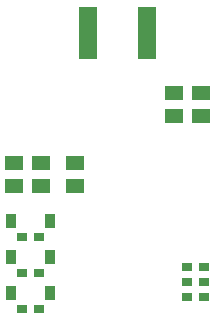
<source format=gbr>
G04 EAGLE Gerber RS-274X export*
G75*
%MOMM*%
%FSLAX34Y34*%
%LPD*%
%INSolderpaste Bottom*%
%IPPOS*%
%AMOC8*
5,1,8,0,0,1.08239X$1,22.5*%
G01*
%ADD10R,1.500000X1.300000*%
%ADD11R,0.910000X1.220000*%
%ADD12R,1.600000X4.400000*%
%ADD13R,0.850000X0.800000*%


D10*
X420640Y403920D03*
X420640Y422920D03*
X443500Y403920D03*
X443500Y422920D03*
D11*
X417840Y343687D03*
X450840Y343687D03*
X417840Y313207D03*
X450840Y313207D03*
D12*
X533000Y532892D03*
X483000Y532892D03*
D13*
X427090Y330200D03*
X441590Y330200D03*
X427090Y299720D03*
X441590Y299720D03*
X427090Y360680D03*
X441590Y360680D03*
D11*
X417840Y374167D03*
X450840Y374167D03*
D10*
X472440Y422920D03*
X472440Y403920D03*
X556260Y481940D03*
X556260Y462940D03*
X579120Y481940D03*
X579120Y462940D03*
D13*
X566790Y309880D03*
X581290Y309880D03*
X566790Y335280D03*
X581290Y335280D03*
X581290Y322580D03*
X566790Y322580D03*
M02*

</source>
